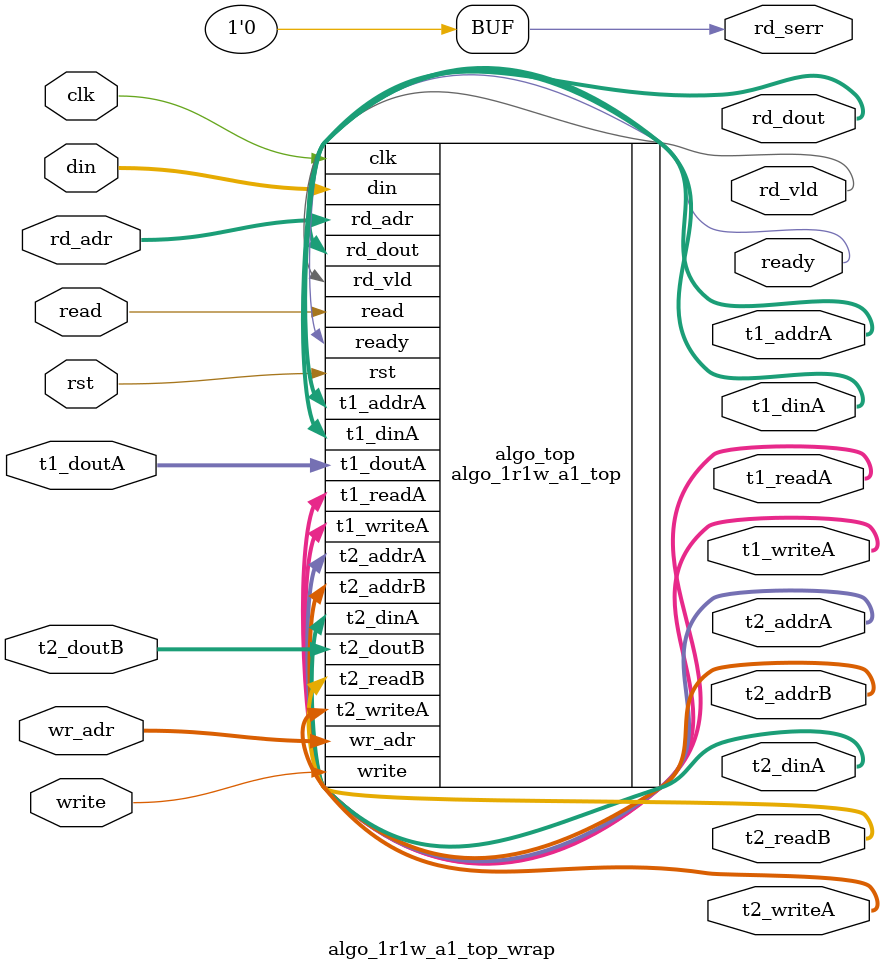
<source format=v>
module algo_1r1w_a1_top_wrap 
#(parameter IP_WIDTH = 32,
parameter IP_BITWIDTH = 5,
parameter IP_NUMADDR = 8192,
parameter IP_BITADDR = 13,
parameter IP_SECCBITS = 4,
parameter IP_SECCDWIDTH = 4,
parameter IP_NUMVBNK = 8,
parameter IP_BITVBNK = 3,
parameter T1_WIDTH = 32,
parameter T1_NUMVBNK = 8,
parameter T1_BITVBNK = 3,
parameter T1_BITWSPF = 0, 
parameter T1_DELAY = 2,
parameter T1_NUMVROW = 1024,
parameter T1_BITVROW = 10,
parameter T2_WIDTH = 0,
parameter T2_NUMVBNK = 0,
parameter T2_BITVBNK = 0,
parameter T2_DELAY = 0,
parameter T2_NUMVROW = 0,
parameter T2_BITVROW = 0,
parameter FLOPIN = 0, parameter FLOPMEM = 0, parameter FLOPOUT = 0)
			(clk, rst, ready,
                          write, wr_adr, din,
                          read, rd_adr, rd_vld, rd_dout, rd_serr,
                          t1_readA, t1_writeA, t1_addrA, t1_dinA, t1_doutA,
                          t2_readB, t2_writeA, t2_addrA, t2_addrB, t2_dinA, t2_doutB);
						  
// MEMOIR_TRANSLATE_OFF

  parameter WIDTH = IP_WIDTH;
  parameter BITWDTH = IP_BITWIDTH;
  parameter NUMADDR = IP_NUMADDR;
  parameter BITADDR = IP_BITADDR;
  parameter NUMVROW = T1_NUMVROW;
  parameter BITVROW = T1_BITVROW;
  parameter NUMVBNK = T1_NUMVBNK;
  parameter BITVBNK = T1_BITVBNK;
  parameter SRAM_DELAY = T1_DELAY;
  parameter ECCDWIDTH = IP_SECCDWIDTH;
  parameter ECCBITS = IP_SECCBITS;

  parameter SDOUT_WIDTH = 2*(BITVBNK+1)+ECCBITS;

  input                                write;
  input [BITADDR-1:0]                  wr_adr;
  input [WIDTH-1:0]                    din;

  input                                read;
  input [BITADDR-1:0]                  rd_adr;
  output                               rd_vld;
  output 			       rd_serr;
  output [WIDTH-1:0]                   rd_dout;

  output                               ready;
  input                                clk, rst;

  output [NUMVBNK-1:0] t1_readA;
  output [NUMVBNK-1:0] t1_writeA;
  output [NUMVBNK*BITVROW-1:0] t1_addrA;
  output [NUMVBNK*WIDTH-1:0] t1_dinA;
  input [NUMVBNK*WIDTH-1:0] t1_doutA;

  output [2-1:0] t2_writeA;
  output [2*BITVROW-1:0] t2_addrA;
  output [2*(SDOUT_WIDTH+WIDTH)-1:0] t2_dinA;

  output [2-1:0] t2_readB;
  output [2*BITVROW-1:0] t2_addrB;
  input [2*(SDOUT_WIDTH+WIDTH)-1:0] t2_doutB;

  assign rd_serr = 1'b0;

  algo_1r1w_a1_top #( .WIDTH(WIDTH), .BITWDTH(BITWDTH), .NUMADDR(NUMADDR), .BITADDR(BITADDR), 
			.NUMVROW(NUMVROW),  .BITVROW(BITVROW) ,  .NUMVBNK(NUMVBNK) , .BITVBNK(BITVBNK) ,  
			.SRAM_DELAY(SRAM_DELAY) ,  
			.ECCDWIDTH(ECCDWIDTH) ,  .ECCBITS(ECCBITS)) 
		algo_top (.clk(clk), .rst(rst), .ready(ready),
                          .write(write), .wr_adr(wr_adr), .din(din),
                          .read(read), .rd_adr(rd_adr), .rd_vld(rd_vld), .rd_dout(rd_dout),
                          .t1_readA(t1_readA), .t1_writeA(t1_writeA), .t1_addrA(t1_addrA), .t1_dinA(t1_dinA), .t1_doutA(t1_doutA),
                          .t2_readB(t2_readB), .t2_writeA(t2_writeA), .t2_addrA(t2_addrA), .t2_addrB(t2_addrB), .t2_dinA(t2_dinA), .t2_doutB(t2_doutB));


// MEMOIR_TRANSLATE_ON

endmodule

</source>
